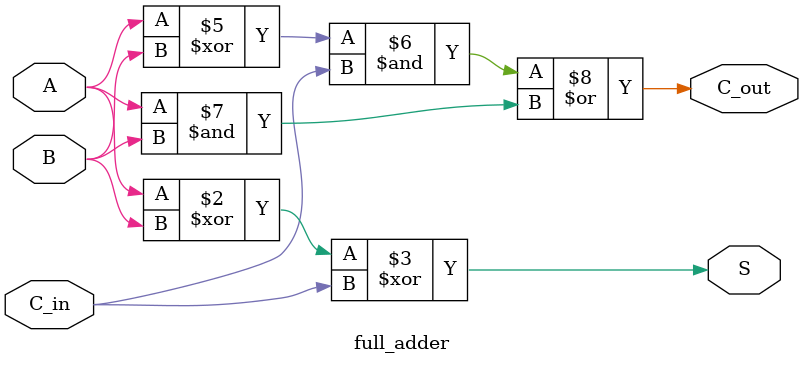
<source format=sv>
module addsub #(parameter dw=8)		 // dw = data width
(
  input        [dw-1:0] dataa,
  input        [dw-1:0] datab,
  input                 add_sub,	 // if this is 1, add; else subtract
  output logic [dw-1:0] result
);

  /*
  always_comb begin

    if (add_sub == 1)
      result = dataa + datab;
    else 
      result = dataa - datab;

  end


endmodule

*/

// fill in guts  
// combinational logic, use blocking (=) assignment      
//add_sub       result
//1             dataa + datab;						
//0             dataa - datab;   


wire [dw-1:0] carry;
wire carry_out;

logic [dw-1:0] datab_neg;

assign datab_neg = add_sub ? datab : ~datab[dw-1:0] + 1'b1;


genvar i;
generate
for(i = 0; i < dw; i++) begin
	if(i==0) begin
		half_adder ha(dataa[0], datab_neg[0], result[0], carry[0]);
	end
	else begin
		full_adder fa(dataa[i], datab_neg[i], carry[i-1], result[i], carry[i]);
	end
end
	assign carry_out = carry[dw-1];
endgenerate

endmodule

module half_adder(
  input x, y, 
  output logic s, c);
	always_comb s = x^y;
	always_comb c = x&y;
endmodule

module full_adder(input logic A, B, C_in, output logic S, C_out);

	always_comb S = (A^B) ^ C_in;

	always_comb C_out = ((A^B) & C_in) | (A&B);

endmodule



</source>
